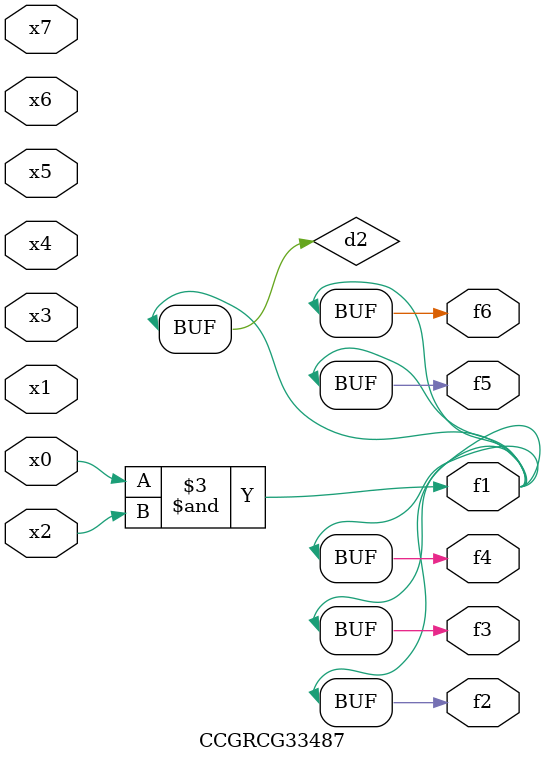
<source format=v>
module CCGRCG33487(
	input x0, x1, x2, x3, x4, x5, x6, x7,
	output f1, f2, f3, f4, f5, f6
);

	wire d1, d2;

	nor (d1, x3, x6);
	and (d2, x0, x2);
	assign f1 = d2;
	assign f2 = d2;
	assign f3 = d2;
	assign f4 = d2;
	assign f5 = d2;
	assign f6 = d2;
endmodule

</source>
